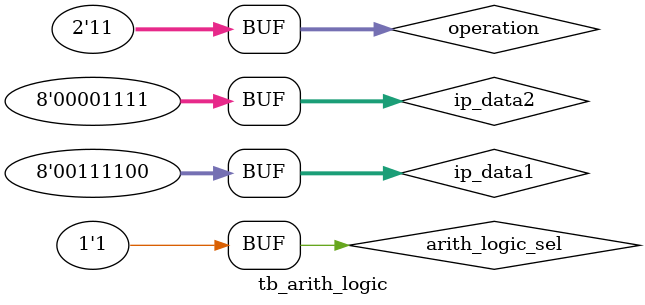
<source format=sv>
`timescale 1ns / 1ps

module tb_arith_logic;

    // Inputs
    logic arith_logic_sel;
	logic [7:0] ip_data1, ip_data2;
	logic [1:0] operation;

    // Output
	logic [15:0] data_out;
                
    // instantiate the unit under test (uut)
    arith_logic inst (  .arith_logic_sel(arith_logic_sel),           
						.operation(operation),
						.ip_data1(ip_data1),   
						.ip_data2(ip_data2),   
						.data_out(data_out)
					 );
					 
    initial 
    begin
        // initialize inputs
        arith_logic_sel = 0;
		operation = 2'b00;
        ip_data1 = 0;
        ip_data2 = 0;
    end
    
    initial 
    begin
        arith_logic_sel = 0;
		ip_data1 = 8'd20;
        ip_data2 = 8'd10;
		
		operation = 2'b00;		
		
        #10;
		operation = 2'b01;
                
        #10;
		operation = 2'b10;
                
        #10;
		operation = 2'b11;    
        
        #10;
        arith_logic_sel = 1;
		ip_data1 = 8'd60;
        ip_data2 = 8'd15;
		
		operation = 2'b00;		
		        
        #10;
		operation = 2'b01;
                
        #10;
		operation = 2'b10;
                
        #10;
		operation = 2'b11;
    end    
endmodule

</source>
